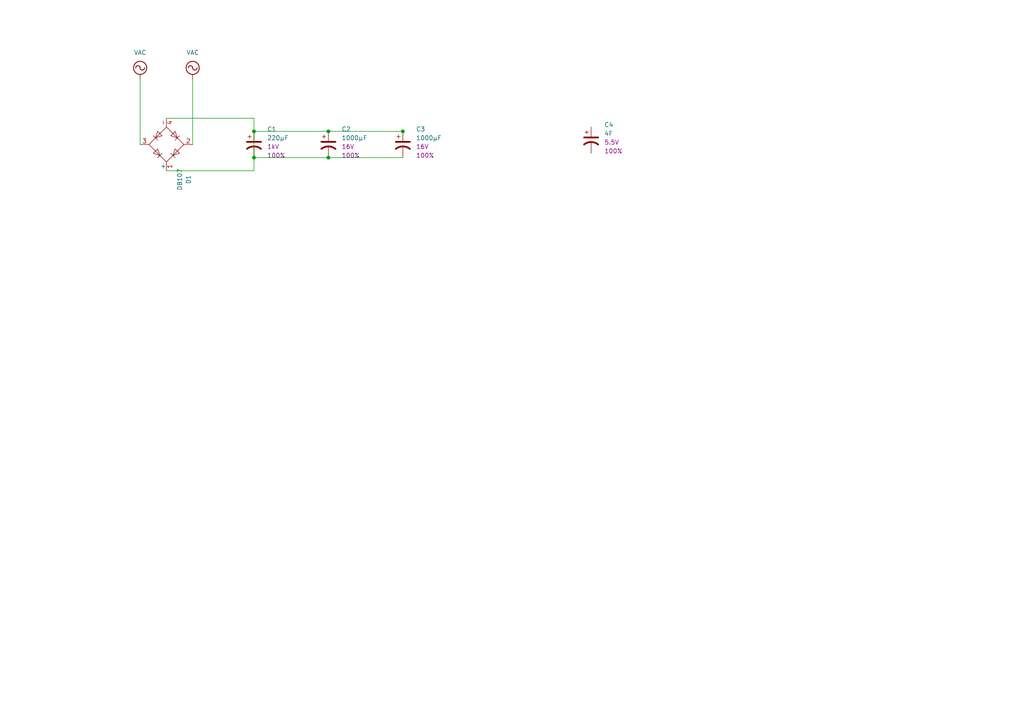
<source format=kicad_sch>
(kicad_sch (version 20250114) (generator "eeschema") (generator_version "9.0")
  (paper "A4")
  (lib_symbols
    (symbol "Diode_Bridge:MBL108S" (pin_names (offset 0))
      (property "Reference" "D" (at 2.54 6.985 0))
      (property "Value" "MBL108S" (at 2.54 5.08 0))
      (symbol "MBL108S_0_1"
        (polyline (pts (xy -5.08 0) (xy 0 -5.08) (xy 5.08 0) (xy 0 5.08) (xy -5.08 0)))
        (polyline (pts (xy -3.81 2.54) (xy -2.54 1.27) (xy -1.905 3.175) (xy -3.81 2.54)))
        (polyline (pts (xy -2.54 3.81) (xy -1.27 2.54)))
        (polyline (pts (xy -2.54 -1.27) (xy -3.81 -2.54) (xy -1.905 -3.175) (xy -2.54 -1.27)))
        (polyline (pts (xy -1.27 -2.54) (xy -2.54 -3.81)))
        (polyline (pts (xy 1.27 2.54) (xy 2.54 3.81) (xy 3.175 1.905) (xy 1.27 2.54)))
        (polyline (pts (xy 2.54 1.27) (xy 3.81 2.54)))
        (polyline (pts (xy 2.54 -1.27) (xy 3.81 -2.54)))
        (polyline (pts (xy 3.175 -1.905) (xy 1.27 -2.54) (xy 2.54 -3.81) (xy 3.175 -1.905)))
      )
      (symbol "MBL108S_1_1"
        (pin passive line (at -7.62 0 0) (length 2.54) (name "-") (number "4"))
        (pin passive line (at 0 7.62 270) (length 2.54) (name "~") (number "2"))
        (pin passive line (at 0 -7.62 90) (length 2.54) (name "~") (number "3"))
        (pin passive line (at 7.62 0 180) (length 2.54) (name "+") (number "1"))
      )
    )
    (symbol "PCM_SparkFun-Capacitor:C_Polarized" (pin_numbers (hide yes)) (pin_names (offset 0.254) (hide yes))
      (property "Reference" "C" (at 0.635 2.54 0))
      (property "Value" "C_Polarized" (at 0.635 -2.54 0))
      (property "Voltage" "1kV" (at 0 -7.62 0))
      (property "Tolerance" "100%" (at 0 -10.16 0))
      (symbol "C_Polarized_0_1"
        (polyline (pts (xy -2.032 0.762) (xy 2.032 0.762)) (stroke (width 0.508)))
        (polyline (pts (xy -1.778 2.286) (xy -0.762 2.286)))
        (polyline (pts (xy -1.27 1.778) (xy -1.27 2.794)))
        (arc (start -2.032 -1.27) (mid 0 -0.5572) (end 2.032 -1.27) (stroke (width 0.508)))
      )
      (symbol "C_Polarized_1_1"
        (pin passive line (at 0 3.81 270) (length 2.794) (name "~") (number "1"))
        (pin passive line (at 0 -3.81 90) (length 3.302) (name "~") (number "2"))
      )
    )
    (symbol "power:VAC" (power) (pin_numbers (hide yes)) (pin_names (offset 0) (hide yes))
      (property "Value" "VAC" (at 0 6.35 0))
      (symbol "VAC_0_1"
        (arc (start -1.27 3.175) (mid -0.635 3.8073) (end 0 3.175) (stroke (width 0.254)))
        (circle (center 0 3.175) (radius 1.905) (stroke (width 0.254)))
        (polyline (pts (xy 0 0) (xy 0 1.27)))
        (arc (start 1.27 3.175) (mid 0.635 2.5427) (end 0 3.175) (stroke (width 0.254)))
      )
      (symbol "VAC_1_1"
        (pin power_in line (at 0 0 90) (length 0) (name "~") (number "1"))
      )
    )
  )
  (junction (at 116.84 38.1))
  (junction (at 73.66 38.1))
  (junction (at 73.66 45.72))
  (junction (at 95.25 45.72))
  (junction (at 95.25 38.1))
  (wire (pts (xy 116.84 39.37) (xy 116.84 38.1)))
  (wire (pts (xy 48.26 34.29) (xy 73.66 34.29)))
  (wire (pts (xy 73.66 49.53) (xy 73.66 45.72)))
  (wire (pts (xy 73.66 38.1) (xy 73.66 45.72)))
  (wire (pts (xy 55.88 22.86) (xy 55.88 41.91)))
  (wire (pts (xy 95.25 38.1) (xy 116.84 38.1)))
  (wire (pts (xy 73.66 45.72) (xy 95.25 45.72)))
  (wire (pts (xy 73.66 34.29) (xy 73.66 38.1)))
  (wire (pts (xy 48.26 49.53) (xy 73.66 49.53)))
  (wire (pts (xy 73.66 38.1) (xy 95.25 38.1)))
  (wire (pts (xy 95.25 45.72) (xy 116.84 45.72)))
  (wire (pts (xy 40.64 22.86) (xy 40.64 41.91)))
  (symbol (lib_id "power:VAC") (at 55.88 22.86 0) (unit 1)
    (property "Reference" "#PWR02" (effects (hide yes)))
    (property "Value" "VAC" (at 55.88 15.24 0))
    (property "Description" "Power symbol creates a global label with name \"VAC\"" (effects (hide yes)))
  )
  (symbol (lib_id "PCM_SparkFun-Capacitor:C_Polarized") (at 116.84 41.91 0) (unit 1)
    (property "Reference" "C3" (at 120.65 37.4649 0) (effects (justify left)))
    (property "Value" "1000µF" (at 120.65 40.0049 0) (effects (justify left)))
    (property "Footprint" "Capacitor_THT:CP_Radial_D10.0mm_P5.00mm" (effects (hide yes)))
    (property "Datasheet" "https://cdn.sparkfun.com/assets/8/a/4/a/5/Kemet_Capacitor_Datasheet.pdf" (effects (hide yes)))
    (property "Description" "Polarized capacitor, US symbol" (effects (hide yes)))
    (property "PROD_ID" "CAP-00000" (effects (hide yes)))
    (property "Voltage" "16V" (at 120.65 42.5449 0) (effects (justify left)))
    (property "Tolerance" "100%" (at 120.65 45.0849 0) (effects (justify left)))
  )
  (symbol (lib_id "PCM_SparkFun-Capacitor:C_Polarized") (at 95.25 41.91 0) (unit 1)
    (property "Reference" "C2" (at 99.06 37.4649 0) (effects (justify left)))
    (property "Value" "1000µF" (at 99.06 40.0049 0) (effects (justify left)))
    (property "Datasheet" "https://cdn.sparkfun.com/assets/8/a/4/a/5/Kemet_Capacitor_Datasheet.pdf" (effects (hide yes)))
    (property "Description" "Polarized capacitor, US symbol" (effects (hide yes)))
    (property "PROD_ID" "CAP-00000" (effects (hide yes)))
    (property "Voltage" "16V" (at 99.06 42.5449 0) (effects (justify left)))
    (property "Tolerance" "100%" (at 99.06 45.0849 0) (effects (justify left)))
  )
  (symbol (lib_id "Diode_Bridge:MBL108S") (at 48.26 41.91 270) (unit 1)
    (property "Reference" "D1" (at 54.6802 52.07 0))
    (property "Value" "DB107" (at 52.1402 52.07 0))
    (property "Footprint" "Diode_SMD:Diode_Bridge_Vishay_MBLS" (effects (hide yes)))
    (property "Datasheet" "http://www.vishay.com/docs/89959/mbl104s.pdf" (effects (hide yes)))
    (property "Description" "Miniature Glass Passivated Single-Phase Surface Mount Bridge Rectifiers, 560V Vrms, 1.0A If, MBLS SMD package" (effects (hide yes)))
  )
  (symbol (lib_id "PCM_SparkFun-Capacitor:C_Polarized") (at 73.66 41.91 0) (unit 1)
    (property "Reference" "C1" (at 77.47 37.4649 0) (effects (justify left)))
    (property "Value" "220µF" (at 77.47 40.0049 0) (effects (justify left)))
    (property "Footprint" "Capacitor_THT:CP_Radial_D10.0mm_P5.00mm" (effects (hide yes)))
    (property "Datasheet" "https://cdn.sparkfun.com/assets/8/a/4/a/5/Kemet_Capacitor_Datasheet.pdf" (effects (hide yes)))
    (property "Description" "Polarized capacitor, US symbol" (effects (hide yes)))
    (property "PROD_ID" "CAP-00000" (effects (hide yes)))
    (property "Voltage" "1kV" (at 77.47 42.5449 0) (effects (justify left)))
    (property "Tolerance" "100%" (at 77.47 45.0849 0) (effects (justify left)))
  )
  (symbol (lib_id "PCM_SparkFun-Capacitor:C_Polarized") (at 171.45 40.64 0) (unit 1)
    (property "Reference" "C4" (at 175.26 36.1949 0) (effects (justify left)))
    (property "Value" "4F" (at 175.26 38.7349 0) (effects (justify left)))
    (property "Footprint" "Capacitor_THT:CP_Radial_D25.0mm_P10.00mm_SnapIn" (effects (hide yes)))
    (property "Datasheet" "https://cdn.sparkfun.com/assets/8/a/4/a/5/Kemet_Capacitor_Datasheet.pdf" (effects (hide yes)))
    (property "Description" "Polarized capacitor, US symbol" (effects (hide yes)))
    (property "PROD_ID" "CAP-00000" (effects (hide yes)))
    (property "Voltage" "5.5V" (at 175.26 41.2749 0) (effects (justify left)))
    (property "Tolerance" "100%" (at 175.26 43.8149 0) (effects (justify left)))
  )
  (symbol (lib_id "power:VAC") (at 40.64 22.86 0) (unit 1)
    (property "Reference" "#PWR01" (effects (hide yes)))
    (property "Value" "VAC" (at 40.64 15.24 0))
    (property "Description" "Power symbol creates a global label with name \"VAC\"" (effects (hide yes)))
  )
)
</source>
